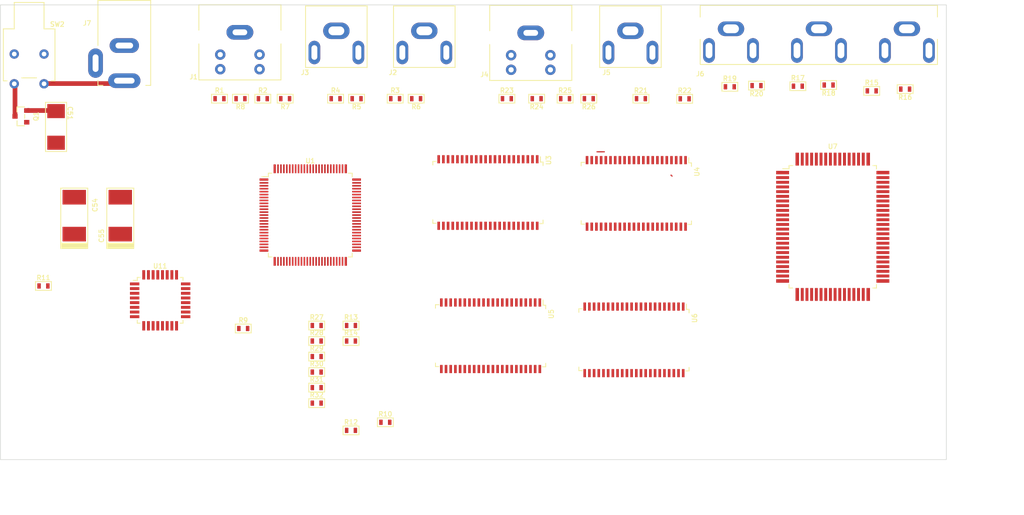
<source format=kicad_pcb>
(kicad_pcb (version 20221018) (generator pcbnew)
  (layers (0 "F.Cu" signal) (31 "B.Cu" signal) (34 "B.Paste" user) (35 "F.Paste" user) (36 "B.SilkS" user "B.Silkscreen") (37 "F.SilkS" user "F.Silkscreen") (38 "B.Mask" user) (39 "F.Mask" user) (44 "Edge.Cuts" user))
  (net 0 "")
  (net 1 "/Frame Memories and Freeze/HPD0")
  (net 2 "/Frame Memories and Freeze/HPD1")
  (net 3 "/Frame Memories and Freeze/HPD2")
  (net 4 "/Frame Memories and Freeze/HPD3")
  (net 5 "/Frame Memories and Freeze/HPD4")
  (net 6 "/Frame Memories and Freeze/HPD5")
  (net 7 "/Frame Memories and Freeze/HPD6")
  (net 8 "/Frame Memories and Freeze/HPD7")
  (net 9 "GND")
  (net 10 "+5V")
  (net 11 "Net-(U2-3Y)")
  (net 12 "/Frame Memories and Freeze/IDQ")
  (net 13 "/Frame Memories and Freeze/ICLK")
  (net 14 "/Frame Memories and Freeze/IGPV")
  (net 15 "/Frame Memories and Freeze/IGPH")
  (net 16 "/Frame Memories and Freeze/MEM_CLR")
  (net 17 "/Frame Memories and Freeze/MEM_MODE")
  (net 18 "/Frame Memories and Freeze/RCV2")
  (net 19 "/Frame Memories and Freeze/RCV1")
  (net 20 "/Frame Memories and Freeze/LLC")
  (net 21 "/Frame Memories and Freeze/CREF")
  (net 22 "/Frame Memories and Freeze/Q2")
  (net 23 "/Frame Memories and Freeze/DP7")
  (net 24 "/Frame Memories and Freeze/DP6")
  (net 25 "/Frame Memories and Freeze/DP5")
  (net 26 "/Frame Memories and Freeze/DP4")
  (net 27 "/Frame Memories and Freeze/DP3")
  (net 28 "/Frame Memories and Freeze/DP2")
  (net 29 "/Frame Memories and Freeze/DP1")
  (net 30 "/Frame Memories and Freeze/DP0")
  (net 31 "Net-(U2-2Y)")
  (net 32 "/Frame Memories and Freeze/Q1")
  (net 33 "/Frame Memories and Freeze/IPD0")
  (net 34 "/Frame Memories and Freeze/IPD1")
  (net 35 "/Frame Memories and Freeze/IPD2")
  (net 36 "/Frame Memories and Freeze/IPD3")
  (net 37 "/Frame Memories and Freeze/IPD4")
  (net 38 "/Frame Memories and Freeze/IPD5")
  (net 39 "/Frame Memories and Freeze/IPD6")
  (net 40 "/Frame Memories and Freeze/IPD7")
  (net 41 "/Frame Memories and Freeze/MP7")
  (net 42 "/Frame Memories and Freeze/MP6")
  (net 43 "/Frame Memories and Freeze/MP5")
  (net 44 "/Frame Memories and Freeze/MP4")
  (net 45 "/Frame Memories and Freeze/MP3")
  (net 46 "/Frame Memories and Freeze/MP2")
  (net 47 "/Frame Memories and Freeze/MP1")
  (net 48 "/Frame Memories and Freeze/MP0")
  (net 49 "/Microcontroller, Power/SDA")
  (net 50 "Net-(U11-PC14-OSC32_IN)")
  (net 51 "Net-(U11-PC15-OSC32_OUT)")
  (net 52 "+3V3")
  (net 53 "Net-(U11-PF2-NRST)")
  (net 54 "/Microcontroller, Power/D_READY")
  (net 55 "/Microcontroller, Power/D_SIGNAL")
  (net 56 "/Microcontroller, Power/D_INTERLACED")
  (net 57 "/Microcontroller, Power/D_50HZ")
  (net 58 "/Microcontroller, Power/D_60HZ")
  (net 59 "/Microcontroller, Power/EXP_1")
  (net 60 "/Microcontroller, Power/EXP_2")
  (net 61 "/Microcontroller, Power/EXP_3")
  (net 62 "/Microcontroller, Power/RENC_A")
  (net 63 "/Microcontroller, Power/RENC_B")
  (net 64 "/Microcontroller, Power/RENC_SW")
  (net 65 "/Microcontroller, Power/EXP_4")
  (net 66 "/Microcontroller, Power/SCL")
  (net 67 "/Microcontroller, Power/EXP_5")
  (net 68 "/Microcontroller, Power/EXP_6")
  (net 69 "/Microcontroller, Power/SCL2")
  (net 70 "/Microcontroller, Power/SDA2")
  (net 71 "Net-(U11-PA13)")
  (net 72 "Net-(U11-PA14-BOOT0)")
  (net 73 "/Microcontroller, Power/EXP_7")
  (net 74 "/Microcontroller, Power/EXP_8")
  (net 75 "/Microcontroller, Power/EXP_9")
  (net 76 "/Microcontroller, Power/VDEC_RST")
  (net 77 "/Microcontroller, Power/VENC_RST")
  (net 78 "Net-(U1-ALRCLK)")
  (net 79 "Net-(U7-XTALO)")
  (net 80 "Net-(C27-Pad1)")
  (net 81 "Net-(U7-RED)")
  (net 82 "/Video Encoder/R")
  (net 83 "Net-(U7-GREEN)")
  (net 84 "/Video Encoder/G")
  (net 85 "Net-(U7-BLUE)")
  (net 86 "/Video Encoder/B")
  (net 87 "Net-(U7-CVBS)")
  (net 88 "/Video Encoder/CVBS_OUT")
  (net 89 "Net-(U7-Y)")
  (net 90 "/Video Encoder/Y_OUT")
  (net 91 "Net-(U7-CHROMA)")
  (net 92 "/Video Encoder/C_OUT")
  (net 93 "Net-(C52-Pad1)")
  (net 98 "Net-(U1-XTALI)")
  (net 100 "+3V3A")
  (net 102 "Net-(U1-AI2D)")
  (net 103 "Net-(U1-AI22)")
  (net 104 "Net-(U1-AI21)")
  (net 105 "Net-(U1-AI12)")
  (net 106 "Net-(U1-AI1D)")
  (net 107 "Net-(U1-AI11)")
  (net 121 "/Frame Memories and Freeze/IGP0")
  (net 122 "/Frame Memories and Freeze/IGP1")
  (net 147 "Net-(U7-XTALI)")
  (net 150 "+3V3A2")
  (net 155 "/Video Decoder/C_IN")
  (net 156 "Net-(C6-Pad1)")
  (net 157 "/Video Decoder/Y_IN")
  (net 158 "Net-(C7-Pad1)")
  (net 159 "/Video Decoder/CVBS_2_IN")
  (net 160 "Net-(C8-Pad1)")
  (net 161 "/Video Decoder/CVBS_1_IN")
  (net 162 "Net-(C9-Pad1)")
  (net 164 "Net-(SW2-A)")
  (net 166 "Net-(Q1-D)")
  (net 170 "Net-(Q1-S)")
  (footprint "tbc:593D_D" (layer "F.Cu") (at 109.8 101.25 90)
    (fp_text reference "C55")
    (fp_text value "22uF|25V" hide)
  )
  (footprint "tbc:4840.2201" (layer "F.Cu") (at 110.4875 72.2125 180)
    (fp_text reference "J7")
    (fp_text value "4840.2201" hide)
  )
  (footprint "tbc:TTP-44DB" (layer "F.Cu") (at 172.5 97.3 -90)
    (fp_text reference "U3")
    (fp_text value "HM530281R" hide)
  )
  (footprint "tbc:SOT23" (layer "F.Cu") (at 92.85 84.3 90)
    (fp_text reference "Q1")
    (fp_text value "BSS308PE" hide)
  )
  (footprint "tbc:QFP32_7x7x1.6mm_Pitch0.8mm" (layer "F.Cu") (at 116.6 115.7)
    (fp_text reference "U11")
    (fp_text value "STM32G051K8T6" hide)
  )
  (footprint "tbc:R0603" (layer "F.Cu") (at 225.35 79.15)
    (fp_text reference "R17")
    (fp_text value "27" hide)
  )
  (footprint "tbc:R0603" (layer "F.Cu") (at 143.3 127.95)
    (fp_text reference "R30")
    (fp_text value "4K7" hide)
  )
  (footprint "tbc:R0603" (layer "F.Cu") (at 160.26 81.28 180)
    (fp_text reference "R6")
    (fp_text value "56" hide)
  )
  (footprint "tbc:R0603" (layer "F.Cu") (at 189.7 81.28 180)
    (fp_text reference "R26")
    (fp_text value "75" hide)
  )
  (footprint "tbc:R0603" (layer "F.Cu") (at 143.3 122.65)
    (fp_text reference "R28")
    (fp_text value "4K7" hide)
  )
  (footprint "tbc:PJRAN1X1U01X" (layer "F.Cu") (at 196.8 69.7 180)
    (fp_text reference "J5")
    (fp_text value "PJRAN1X1U01X" hide)
  )
  (footprint "tbc:593D_D" (layer "F.Cu") (at 101.95 101.25 90)
    (fp_text reference "C54")
    (fp_text value "22uF|25V" hide)
  )
  (footprint "tbc:5749181-1" (layer "F.Cu") (at 179.8 70.05)
    (fp_text reference "J4")
    (fp_text value "5749181-1" hide)
  )
  (footprint "tbc:R0603" (layer "F.Cu") (at 143.3 120)
    (fp_text reference "R27")
    (fp_text value "10k" hide)
  )
  (footprint "tbc:PJRAN1X1U01X" (layer "F.Cu") (at 146.65 69.7 180)
    (fp_text reference "J3")
    (fp_text value "PJRAN1X1U01X" hide)
  )
  (footprint "tbc:R0603" (layer "F.Cu") (at 146.52 81.28)
    (fp_text reference "R4")
    (fp_text value "18" hide)
  )
  (footprint "tbc:LQFP100_14x14x1.4mm_Pitch0.5mm" (layer "F.Cu") (at 142.2 101.15)
    (fp_text reference "U1")
    (fp_text value "SAA7114H" hide)
  )
  (footprint "tbc:5749181-1" (layer "F.Cu") (at 130.2 69.95)
    (fp_text reference "J1")
    (fp_text value "5749181-1" hide)
  )
  (footprint "tbc:R0603" (layer "F.Cu") (at 243.65 79.65 180)
    (fp_text reference "R16")
    (fp_text value "75" hide)
  )
  (footprint "tbc:R0603" (layer "F.Cu") (at 155 136.52)
    (fp_text reference "R10")
    (fp_text value "3K3" hide)
  )
  (footprint "tbc:293D_C" (layer "F.Cu") (at 98.85 86.1 -90)
    (fp_text reference "C51")
    (fp_text value "10uF|25V" hide)
  )
  (footprint "tbc:R0603" (layer "F.Cu") (at 130.77 120.51)
    (fp_text reference "R9")
    (fp_text value "3K3" hide)
  )
  (footprint "tbc:R0603" (layer "F.Cu") (at 130.3 81.28 180)
    (fp_text reference "R8")
    (fp_text value "56" hide)
  )
  (footprint "tbc:R0603" (layer "F.Cu") (at 230.6 78.95 180)
    (fp_text reference "R18")
    (fp_text value "75" hide)
  )
  (footprint "tbc:R0603" (layer "F.Cu") (at 185.66 81.28)
    (fp_text reference "R25")
    (fp_text value "13" hide)
  )
  (footprint "tbc:R0603" (layer "F.Cu") (at 175.73 81.28)
    (fp_text reference "R23")
    (fp_text value "13" hide)
  )
  (footprint "tbc:R0603" (layer "F.Cu") (at 206.05 81.3)
    (fp_text reference "R22")
    (fp_text value "75" hide)
  )
  (footprint "tbc:R0603" (layer "F.Cu") (at 126.72 81.28)
    (fp_text reference "R1")
    (fp_text value "18" hide)
  )
  (footprint "tbc:R0603" (layer "F.Cu") (at 180.81 81.28 180)
    (fp_text reference "R24")
    (fp_text value "75" hide)
  )
  (footprint "tbc:R0603" (layer "F.Cu") (at 137.92 81.28 180)
    (fp_text reference "R7")
    (fp_text value "56" hide)
  )
  (footprint "tbc:R0603" (layer "F.Cu") (at 150.1 81.28 180)
    (fp_text reference "R5")
    (fp_text value "56" hide)
  )
  (footprint "tbc:PJRAN3X1U03X" (layer "F.Cu") (at 228.95 69.35 180)
    (fp_text reference "J6")
    (fp_text value "PJRAN3X1U03X" hide)
  )
  (footprint "tbc:R0603" (layer "F.Cu") (at 198.59 81.28)
    (fp_text reference "R21")
    (fp_text value "8R2" hide)
  )
  (footprint "tbc:R0603" (layer "F.Cu") (at 96.7 113.25)
    (fp_text reference "R11")
    (fp_text value "2K2" hide)
  )
  (footprint "tbc:R0603" (layer "F.Cu") (at 134.11 81.28)
    (fp_text reference "R2")
    (fp_text value "18" hide)
  )
  (footprint "tbc:TTP-44DB" (layer "F.Cu") (at 197.8 97.45 -90)
    (fp_text reference "U4")
    (fp_text value "HM530281R" hide)
  )
  (footprint "tbc:TTP-44DB" (layer "F.Cu") (at 197.4 122.45 -90)
    (fp_text reference "U6")
    (fp_text value "HM530281R" hide)
  )
  (footprint "tbc:R0603" (layer "F.Cu") (at 149.15 137.9)
    (fp_text reference "R12")
    (fp_text value "10k" hide)
  )
  (footprint "tbc:R0603" (layer "F.Cu") (at 237.95 79.95)
    (fp_text reference "R15")
    (fp_text value "27" hide)
  )
  (footprint "tbc:QFP80_14x20x2.8mm_Pitch0.8mm" (layer "F.Cu") (at 231.3 103.15)
    (fp_text reference "U7")
    (fp_text value "SAA7182A" hide)
  )
  (footprint "tbc:R0603" (layer "F.Cu") (at 149.15 122.65)
    (fp_text reference "R14")
    (fp_text value "2K2" hide)
  )
  (footprint "tbc:A11AH" (layer "F.Cu") (at 94.26 73.66 180)
    (fp_text reference "SW2")
    (fp_text value "A11AH" hide)
  )
  (footprint "tbc:R0603" (layer "F.Cu") (at 218.3 79.05 180)
    (fp_text reference "R20")
    (fp_text value "75" hide)
  )
  (footprint "tbc:PJRAN1X1U01X" (layer "F.Cu") (at 161.65 69.7 180)
    (fp_text reference "J2")
    (fp_text value "PJRAN1X1U01X" hide)
  )
  (footprint "tbc:R0603" (layer "F.Cu") (at 149.15 120)
    (fp_text reference "R13")
    (fp_text value "390" hide)
  )
  (footprint "tbc:R0603" (layer "F.Cu") (at 156.68 81.28)
    (fp_text reference "R3")
    (fp_text value "18" hide)
  )
  (footprint "tbc:R0603" (layer "F.Cu") (at 143.3 133.25)
    (fp_text reference "R32")
    (fp_text value "390" hide)
  )
  (footprint "tbc:TTP-44DB" (layer "F.Cu") (at 172.95 121.75 -90)
    (fp_text reference "U5")
    (fp_text value "HM530281R" hide)
  )
  (footprint "tbc:R0603" (layer "F.Cu") (at 213.75 79.25)
    (fp_text reference "R19")
    (fp_text value "27" hide)
  )
  (footprint "tbc:R0603" (layer "F.Cu") (at 143.3 125.3)
    (fp_text reference "R29")
    (fp_text value "4K7" hide)
  )
  (footprint "tbc:R0603" (layer "F.Cu") (at 143.3 130.6)
    (fp_text reference "R31")
    (fp_text value "4K7" hide)
  )
  (gr_rect (start 89.365 65.27) (end 250.675 142.89) (stroke (width 0.1)) (fill none) (layer "Edge.Cuts"))
  (segment (start 192.35 90.35) (end 191.1 90.35) (width 0.2) (layer "F.Cu") (net 1))
  (segment (start 203.71 94.35) (end 203.75 94.35) (width 0.2) (layer "F.Cu") (net 25))
  (segment (start 203.9 94.5) (end 203.75 94.35) (width 0.2) (layer "F.Cu") (net 25))
  (segment (start 110 78.7) (end 96.84 78.7) (width 0.8) (layer "F.Cu") (net 164))
  (segment (start 96.84 78.7) (end 96.8 78.74) (width 0.5) (layer "F.Cu") (net 164))
  (segment (start 110.4875 78.2125) (end 110 78.7) (width 0.5) (layer "F.Cu") (net 164))
  (segment (start 91.85 78.87) (end 91.85 84.04) (width 0.8) (layer "F.Cu") (net 166))
  (segment (start 91.72 78.74) (end 91.85 78.87) (width 0.8) (layer "F.Cu") (net 166))
  (segment (start 98.85 83.4) (end 98.75 83.3) (width 0.8) (layer "F.Cu") (net 170))
  (segment (start 98.75 83.3) (end 94.05 83.3) (width 0.8) (layer "F.Cu") (net 170))
  (segment (start 93.95 83.4) (end 93.85 83.3) (width 0.2) (layer "F.Cu") (net 170))
)
</source>
